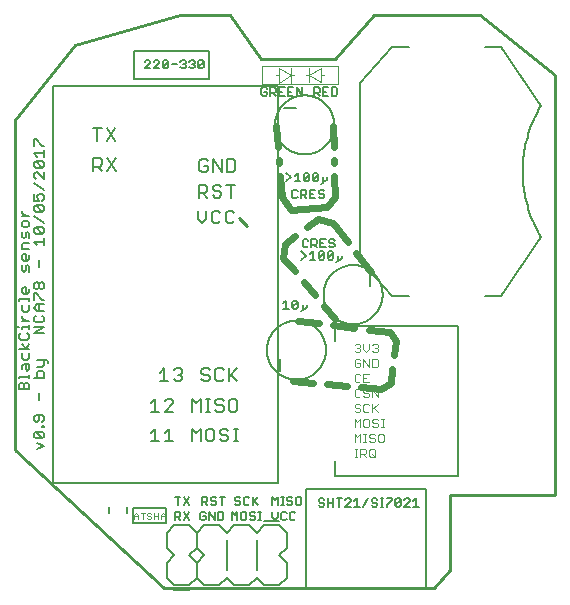
<source format=gto>
G75*
%MOIN*%
%OFA0B0*%
%FSLAX25Y25*%
%IPPOS*%
%LPD*%
%AMOC8*
5,1,8,0,0,1.08239X$1,22.5*
%
%ADD10C,0.00600*%
%ADD11C,0.00500*%
%ADD12C,0.01000*%
%ADD13C,0.02400*%
%ADD14C,0.00400*%
%ADD15C,0.00800*%
%ADD16C,0.00236*%
%ADD17C,0.00300*%
D10*
X0008931Y0051300D02*
X0011200Y0052434D01*
X0008931Y0053569D01*
X0008364Y0054983D02*
X0007797Y0055550D01*
X0007797Y0056685D01*
X0008364Y0057252D01*
X0010633Y0054983D01*
X0011200Y0055550D01*
X0011200Y0056685D01*
X0010633Y0057252D01*
X0008364Y0057252D01*
X0008364Y0054983D02*
X0010633Y0054983D01*
X0010633Y0058666D02*
X0010633Y0059233D01*
X0011200Y0059233D01*
X0011200Y0058666D01*
X0010633Y0058666D01*
X0010633Y0060508D02*
X0011200Y0061075D01*
X0011200Y0062209D01*
X0010633Y0062776D01*
X0008364Y0062776D01*
X0007797Y0062209D01*
X0007797Y0061075D01*
X0008364Y0060508D01*
X0008931Y0060508D01*
X0009499Y0061075D01*
X0009499Y0062776D01*
X0009499Y0067874D02*
X0009499Y0070143D01*
X0006200Y0071300D02*
X0006200Y0073001D01*
X0005633Y0073569D01*
X0005066Y0073569D01*
X0004499Y0073001D01*
X0004499Y0071300D01*
X0006200Y0071300D02*
X0002797Y0071300D01*
X0002797Y0073001D01*
X0003364Y0073569D01*
X0003931Y0073569D01*
X0004499Y0073001D01*
X0006200Y0074983D02*
X0006200Y0076117D01*
X0006200Y0075550D02*
X0002797Y0075550D01*
X0002797Y0074983D01*
X0003931Y0078006D02*
X0003931Y0079140D01*
X0004499Y0079707D01*
X0006200Y0079707D01*
X0006200Y0078006D01*
X0005633Y0077439D01*
X0005066Y0078006D01*
X0005066Y0079707D01*
X0004499Y0081122D02*
X0005633Y0081122D01*
X0006200Y0081689D01*
X0006200Y0083390D01*
X0006200Y0084805D02*
X0002797Y0084805D01*
X0003931Y0083390D02*
X0003931Y0081689D01*
X0004499Y0081122D01*
X0005066Y0084805D02*
X0003931Y0086506D01*
X0003364Y0087874D02*
X0005633Y0087874D01*
X0006200Y0088441D01*
X0006200Y0089576D01*
X0005633Y0090143D01*
X0006200Y0091557D02*
X0006200Y0092692D01*
X0006200Y0092124D02*
X0003931Y0092124D01*
X0003931Y0091557D01*
X0002797Y0092124D02*
X0002230Y0092124D01*
X0003364Y0090143D02*
X0002797Y0089576D01*
X0002797Y0088441D01*
X0003364Y0087874D01*
X0006200Y0086506D02*
X0005066Y0084805D01*
X0008931Y0081192D02*
X0011767Y0081192D01*
X0012334Y0080625D01*
X0012334Y0080058D01*
X0011200Y0079491D02*
X0011200Y0081192D01*
X0011200Y0079491D02*
X0010633Y0078924D01*
X0008931Y0078924D01*
X0009499Y0077509D02*
X0008931Y0076942D01*
X0008931Y0075240D01*
X0007797Y0075240D02*
X0011200Y0075240D01*
X0011200Y0076942D01*
X0010633Y0077509D01*
X0009499Y0077509D01*
X0011200Y0089973D02*
X0007797Y0089973D01*
X0011200Y0092242D01*
X0007797Y0092242D01*
X0008364Y0093656D02*
X0010633Y0093656D01*
X0011200Y0094223D01*
X0011200Y0095358D01*
X0010633Y0095925D01*
X0011200Y0097339D02*
X0008931Y0097339D01*
X0007797Y0098474D01*
X0008931Y0099608D01*
X0011200Y0099608D01*
X0011200Y0101022D02*
X0010633Y0101022D01*
X0008364Y0103291D01*
X0007797Y0103291D01*
X0007797Y0101022D01*
X0006200Y0100765D02*
X0006200Y0101899D01*
X0006200Y0101332D02*
X0002797Y0101332D01*
X0002797Y0100765D01*
X0003931Y0099351D02*
X0003931Y0097649D01*
X0004499Y0097082D01*
X0005633Y0097082D01*
X0006200Y0097649D01*
X0006200Y0099351D01*
X0009499Y0099608D02*
X0009499Y0097339D01*
X0008364Y0095925D02*
X0007797Y0095358D01*
X0007797Y0094223D01*
X0008364Y0093656D01*
X0006200Y0094013D02*
X0003931Y0094013D01*
X0003931Y0095147D02*
X0005066Y0094013D01*
X0003931Y0095147D02*
X0003931Y0095714D01*
X0004499Y0103221D02*
X0003931Y0103788D01*
X0003931Y0104922D01*
X0004499Y0105489D01*
X0005066Y0105489D01*
X0005066Y0103221D01*
X0005633Y0103221D02*
X0004499Y0103221D01*
X0005633Y0103221D02*
X0006200Y0103788D01*
X0006200Y0104922D01*
X0007797Y0105273D02*
X0007797Y0106407D01*
X0008364Y0106974D01*
X0008931Y0106974D01*
X0009499Y0106407D01*
X0009499Y0105273D01*
X0008931Y0104706D01*
X0008364Y0104706D01*
X0007797Y0105273D01*
X0009499Y0105273D02*
X0010066Y0104706D01*
X0010633Y0104706D01*
X0011200Y0105273D01*
X0011200Y0106407D01*
X0010633Y0106974D01*
X0010066Y0106974D01*
X0009499Y0106407D01*
X0006200Y0110587D02*
X0006200Y0112288D01*
X0005633Y0112855D01*
X0005066Y0112288D01*
X0005066Y0111154D01*
X0004499Y0110587D01*
X0003931Y0111154D01*
X0003931Y0112855D01*
X0004499Y0114270D02*
X0003931Y0114837D01*
X0003931Y0115971D01*
X0004499Y0116539D01*
X0005066Y0116539D01*
X0005066Y0114270D01*
X0005633Y0114270D02*
X0004499Y0114270D01*
X0005633Y0114270D02*
X0006200Y0114837D01*
X0006200Y0115971D01*
X0006200Y0117953D02*
X0003931Y0117953D01*
X0003931Y0119655D01*
X0004499Y0120222D01*
X0006200Y0120222D01*
X0006200Y0121636D02*
X0006200Y0123338D01*
X0005633Y0123905D01*
X0005066Y0123338D01*
X0005066Y0122203D01*
X0004499Y0121636D01*
X0003931Y0122203D01*
X0003931Y0123905D01*
X0004499Y0125319D02*
X0005633Y0125319D01*
X0006200Y0125887D01*
X0006200Y0127021D01*
X0005633Y0127588D01*
X0004499Y0127588D01*
X0003931Y0127021D01*
X0003931Y0125887D01*
X0004499Y0125319D01*
X0007797Y0124823D02*
X0007797Y0123688D01*
X0008364Y0123121D01*
X0010633Y0123121D01*
X0008364Y0125390D01*
X0010633Y0125390D01*
X0011200Y0124823D01*
X0011200Y0123688D01*
X0010633Y0123121D01*
X0011200Y0121707D02*
X0011200Y0119438D01*
X0011200Y0120572D02*
X0007797Y0120572D01*
X0008931Y0119438D01*
X0009499Y0114340D02*
X0009499Y0112072D01*
X0007797Y0124823D02*
X0008364Y0125390D01*
X0011200Y0126804D02*
X0007797Y0129073D01*
X0008364Y0130488D02*
X0007797Y0131055D01*
X0007797Y0132189D01*
X0008364Y0132756D01*
X0010633Y0130488D01*
X0011200Y0131055D01*
X0011200Y0132189D01*
X0010633Y0132756D01*
X0008364Y0132756D01*
X0007797Y0134171D02*
X0009499Y0134171D01*
X0008931Y0135305D01*
X0008931Y0135872D01*
X0009499Y0136439D01*
X0010633Y0136439D01*
X0011200Y0135872D01*
X0011200Y0134738D01*
X0010633Y0134171D01*
X0007797Y0134171D02*
X0007797Y0136439D01*
X0007797Y0140123D02*
X0011200Y0137854D01*
X0011200Y0141537D02*
X0008931Y0143806D01*
X0008364Y0143806D01*
X0007797Y0143238D01*
X0007797Y0142104D01*
X0008364Y0141537D01*
X0011200Y0141537D02*
X0011200Y0143806D01*
X0010633Y0145220D02*
X0008364Y0147489D01*
X0010633Y0147489D01*
X0011200Y0146922D01*
X0011200Y0145787D01*
X0010633Y0145220D01*
X0008364Y0145220D01*
X0007797Y0145787D01*
X0007797Y0146922D01*
X0008364Y0147489D01*
X0008931Y0148903D02*
X0007797Y0150038D01*
X0011200Y0150038D01*
X0011200Y0151172D02*
X0011200Y0148903D01*
X0011200Y0152586D02*
X0010633Y0152586D01*
X0008364Y0154855D01*
X0007797Y0154855D01*
X0007797Y0152586D01*
X0003931Y0130704D02*
X0003931Y0130137D01*
X0005066Y0129003D01*
X0006200Y0129003D02*
X0003931Y0129003D01*
X0008364Y0130488D02*
X0010633Y0130488D01*
D11*
X0032933Y0031984D02*
X0032933Y0029984D01*
X0038933Y0029984D02*
X0038933Y0031984D01*
X0052000Y0023500D02*
X0052000Y0018500D01*
X0054500Y0016000D01*
X0052000Y0013500D01*
X0052000Y0008500D01*
X0054500Y0006000D01*
X0059500Y0006000D01*
X0062000Y0008500D01*
X0062000Y0013500D01*
X0059500Y0016000D01*
X0062000Y0018500D01*
X0062000Y0023500D01*
X0059500Y0026000D01*
X0054500Y0026000D01*
X0052000Y0023500D01*
X0054750Y0027750D02*
X0054750Y0030452D01*
X0056101Y0030452D01*
X0056552Y0030002D01*
X0056552Y0029101D01*
X0056101Y0028651D01*
X0054750Y0028651D01*
X0055651Y0028651D02*
X0056552Y0027750D01*
X0057697Y0027750D02*
X0059498Y0030452D01*
X0057697Y0030452D02*
X0059498Y0027750D01*
X0063250Y0028200D02*
X0063700Y0027750D01*
X0064601Y0027750D01*
X0065052Y0028200D01*
X0065052Y0029101D01*
X0064151Y0029101D01*
X0065052Y0030002D02*
X0064601Y0030452D01*
X0063700Y0030452D01*
X0063250Y0030002D01*
X0063250Y0028200D01*
X0064500Y0026000D02*
X0069500Y0026000D01*
X0072000Y0023500D01*
X0074500Y0026000D01*
X0079500Y0026000D01*
X0082000Y0023500D01*
X0084500Y0026000D01*
X0089500Y0026000D01*
X0092000Y0023500D01*
X0092000Y0018500D01*
X0089500Y0016000D01*
X0092000Y0013500D01*
X0092000Y0008500D01*
X0089500Y0006000D01*
X0084500Y0006000D01*
X0082000Y0008500D01*
X0079500Y0006000D01*
X0074500Y0006000D01*
X0072000Y0008500D01*
X0069500Y0006000D01*
X0064500Y0006000D01*
X0062000Y0008500D01*
X0062000Y0013500D01*
X0064500Y0016000D01*
X0062000Y0018500D01*
X0062000Y0023500D01*
X0064500Y0026000D01*
X0066197Y0027750D02*
X0066197Y0030452D01*
X0067998Y0027750D01*
X0067998Y0030452D01*
X0069143Y0030452D02*
X0069143Y0027750D01*
X0070494Y0027750D01*
X0070945Y0028200D01*
X0070945Y0030002D01*
X0070494Y0030452D01*
X0069143Y0030452D01*
X0068048Y0032750D02*
X0067147Y0032750D01*
X0066697Y0033200D01*
X0067147Y0034101D02*
X0066697Y0034552D01*
X0066697Y0035002D01*
X0067147Y0035452D01*
X0068048Y0035452D01*
X0068498Y0035002D01*
X0068048Y0034101D02*
X0068498Y0033651D01*
X0068498Y0033200D01*
X0068048Y0032750D01*
X0068048Y0034101D02*
X0067147Y0034101D01*
X0065552Y0034101D02*
X0065101Y0033651D01*
X0063750Y0033651D01*
X0064651Y0033651D02*
X0065552Y0032750D01*
X0065552Y0034101D02*
X0065552Y0035002D01*
X0065101Y0035452D01*
X0063750Y0035452D01*
X0063750Y0032750D01*
X0059498Y0032750D02*
X0057697Y0035452D01*
X0056552Y0035452D02*
X0054750Y0035452D01*
X0055651Y0035452D02*
X0055651Y0032750D01*
X0057697Y0032750D02*
X0059498Y0035452D01*
X0069643Y0035452D02*
X0071445Y0035452D01*
X0070544Y0035452D02*
X0070544Y0032750D01*
X0073750Y0030452D02*
X0073750Y0027750D01*
X0075552Y0027750D02*
X0075552Y0030452D01*
X0074651Y0029552D01*
X0073750Y0030452D01*
X0075200Y0032750D02*
X0074750Y0033200D01*
X0075200Y0032750D02*
X0076101Y0032750D01*
X0076552Y0033200D01*
X0076552Y0033651D01*
X0076101Y0034101D01*
X0075200Y0034101D01*
X0074750Y0034552D01*
X0074750Y0035002D01*
X0075200Y0035452D01*
X0076101Y0035452D01*
X0076552Y0035002D01*
X0077697Y0035002D02*
X0077697Y0033200D01*
X0078147Y0032750D01*
X0079048Y0032750D01*
X0079498Y0033200D01*
X0080643Y0032750D02*
X0080643Y0035452D01*
X0079498Y0035002D02*
X0079048Y0035452D01*
X0078147Y0035452D01*
X0077697Y0035002D01*
X0080643Y0033651D02*
X0082445Y0035452D01*
X0081093Y0034101D02*
X0082445Y0032750D01*
X0082590Y0030452D02*
X0083490Y0030452D01*
X0083040Y0030452D02*
X0083040Y0027750D01*
X0082590Y0027750D02*
X0083490Y0027750D01*
X0084500Y0027500D02*
X0089500Y0027500D01*
X0090197Y0028200D02*
X0090647Y0027750D01*
X0091548Y0027750D01*
X0091998Y0028200D01*
X0093143Y0028200D02*
X0093143Y0030002D01*
X0093593Y0030452D01*
X0094494Y0030452D01*
X0094945Y0030002D01*
X0094945Y0028200D02*
X0094494Y0027750D01*
X0093593Y0027750D01*
X0093143Y0028200D01*
X0091998Y0030002D02*
X0091548Y0030452D01*
X0090647Y0030452D01*
X0090197Y0030002D01*
X0090197Y0028200D01*
X0089052Y0028651D02*
X0089052Y0030452D01*
X0089052Y0028651D02*
X0088151Y0027750D01*
X0087250Y0028651D01*
X0087250Y0030452D01*
X0087250Y0032750D02*
X0087250Y0035452D01*
X0088151Y0034552D01*
X0089052Y0035452D01*
X0089052Y0032750D01*
X0090197Y0032750D02*
X0091097Y0032750D01*
X0090647Y0032750D02*
X0090647Y0035452D01*
X0090197Y0035452D02*
X0091097Y0035452D01*
X0092161Y0035002D02*
X0092161Y0034552D01*
X0092611Y0034101D01*
X0093512Y0034101D01*
X0093962Y0033651D01*
X0093962Y0033200D01*
X0093512Y0032750D01*
X0092611Y0032750D01*
X0092161Y0033200D01*
X0092161Y0035002D02*
X0092611Y0035452D01*
X0093512Y0035452D01*
X0093962Y0035002D01*
X0095107Y0035002D02*
X0095107Y0033200D01*
X0095558Y0032750D01*
X0096459Y0032750D01*
X0096909Y0033200D01*
X0096909Y0035002D01*
X0096459Y0035452D01*
X0095558Y0035452D01*
X0095107Y0035002D01*
X0098500Y0038000D02*
X0098500Y0005000D01*
X0138500Y0005000D01*
X0138500Y0038000D01*
X0098500Y0038000D01*
X0102750Y0034502D02*
X0102750Y0034052D01*
X0103200Y0033601D01*
X0104101Y0033601D01*
X0104552Y0033151D01*
X0104552Y0032700D01*
X0104101Y0032250D01*
X0103200Y0032250D01*
X0102750Y0032700D01*
X0102750Y0034502D02*
X0103200Y0034952D01*
X0104101Y0034952D01*
X0104552Y0034502D01*
X0105697Y0034952D02*
X0105697Y0032250D01*
X0105697Y0033601D02*
X0107498Y0033601D01*
X0107498Y0034952D02*
X0107498Y0032250D01*
X0109544Y0032250D02*
X0109544Y0034952D01*
X0108643Y0034952D02*
X0110445Y0034952D01*
X0111590Y0034502D02*
X0112040Y0034952D01*
X0112941Y0034952D01*
X0113391Y0034502D01*
X0113391Y0034052D01*
X0111590Y0032250D01*
X0113391Y0032250D01*
X0114536Y0032250D02*
X0116338Y0032250D01*
X0115437Y0032250D02*
X0115437Y0034952D01*
X0114536Y0034052D01*
X0117483Y0032250D02*
X0119284Y0034952D01*
X0120429Y0034502D02*
X0120429Y0034052D01*
X0120879Y0033601D01*
X0121780Y0033601D01*
X0122231Y0033151D01*
X0122231Y0032700D01*
X0121780Y0032250D01*
X0120879Y0032250D01*
X0120429Y0032700D01*
X0120429Y0034502D02*
X0120879Y0034952D01*
X0121780Y0034952D01*
X0122231Y0034502D01*
X0123376Y0034952D02*
X0124276Y0034952D01*
X0123826Y0034952D02*
X0123826Y0032250D01*
X0123376Y0032250D02*
X0124276Y0032250D01*
X0125340Y0032250D02*
X0125340Y0032700D01*
X0127142Y0034502D01*
X0127142Y0034952D01*
X0125340Y0034952D01*
X0128286Y0034502D02*
X0128286Y0032700D01*
X0130088Y0034502D01*
X0130088Y0032700D01*
X0129638Y0032250D01*
X0128737Y0032250D01*
X0128286Y0032700D01*
X0128286Y0034502D02*
X0128737Y0034952D01*
X0129638Y0034952D01*
X0130088Y0034502D01*
X0131233Y0034502D02*
X0131683Y0034952D01*
X0132584Y0034952D01*
X0133035Y0034502D01*
X0133035Y0034052D01*
X0131233Y0032250D01*
X0133035Y0032250D01*
X0134180Y0032250D02*
X0135981Y0032250D01*
X0135080Y0032250D02*
X0135080Y0034952D01*
X0134180Y0034052D01*
X0149250Y0042500D02*
X0149250Y0092500D01*
X0108000Y0092500D01*
X0108000Y0087500D01*
X0098207Y0098203D02*
X0098657Y0098653D01*
X0098657Y0099554D01*
X0097306Y0099554D02*
X0097306Y0098653D01*
X0097306Y0097752D01*
X0096856Y0097302D01*
X0097756Y0098203D02*
X0098207Y0098203D01*
X0097756Y0098203D02*
X0097306Y0098653D01*
X0095711Y0098653D02*
X0095711Y0100455D01*
X0093909Y0098653D01*
X0094359Y0098203D01*
X0095260Y0098203D01*
X0095711Y0098653D01*
X0095711Y0100455D02*
X0095260Y0100905D01*
X0094359Y0100905D01*
X0093909Y0100455D01*
X0093909Y0098653D01*
X0092764Y0098203D02*
X0090963Y0098203D01*
X0091863Y0098203D02*
X0091863Y0100905D01*
X0090963Y0100004D01*
X0096801Y0114589D02*
X0098603Y0115940D01*
X0096801Y0117291D01*
X0097796Y0118637D02*
X0097346Y0119087D01*
X0097346Y0120889D01*
X0097796Y0121339D01*
X0098697Y0121339D01*
X0099147Y0120889D01*
X0100292Y0121339D02*
X0101643Y0121339D01*
X0102094Y0120889D01*
X0102094Y0119988D01*
X0101643Y0119537D01*
X0100292Y0119537D01*
X0100292Y0118637D02*
X0100292Y0121339D01*
X0101193Y0119537D02*
X0102094Y0118637D01*
X0103239Y0118637D02*
X0105040Y0118637D01*
X0106185Y0119087D02*
X0106636Y0118637D01*
X0107537Y0118637D01*
X0107987Y0119087D01*
X0107987Y0119537D01*
X0107537Y0119988D01*
X0106636Y0119988D01*
X0106185Y0120438D01*
X0106185Y0120889D01*
X0106636Y0121339D01*
X0107537Y0121339D01*
X0107987Y0120889D01*
X0105040Y0121339D02*
X0103239Y0121339D01*
X0103239Y0118637D01*
X0103145Y0117291D02*
X0104045Y0117291D01*
X0104496Y0116841D01*
X0102694Y0115039D01*
X0103145Y0114589D01*
X0104045Y0114589D01*
X0104496Y0115039D01*
X0104496Y0116841D01*
X0105641Y0116841D02*
X0106091Y0117291D01*
X0106992Y0117291D01*
X0107442Y0116841D01*
X0105641Y0115039D01*
X0106091Y0114589D01*
X0106992Y0114589D01*
X0107442Y0115039D01*
X0107442Y0116841D01*
X0105641Y0116841D02*
X0105641Y0115039D01*
X0102694Y0115039D02*
X0102694Y0116841D01*
X0103145Y0117291D01*
X0100648Y0117291D02*
X0100648Y0114589D01*
X0099748Y0114589D02*
X0101549Y0114589D01*
X0099748Y0116390D02*
X0100648Y0117291D01*
X0099147Y0119087D02*
X0098697Y0118637D01*
X0097796Y0118637D01*
X0103239Y0119988D02*
X0104140Y0119988D01*
X0109038Y0115940D02*
X0109038Y0115039D01*
X0109038Y0114138D01*
X0108587Y0113688D01*
X0109488Y0114589D02*
X0109938Y0114589D01*
X0110389Y0115039D01*
X0110389Y0115940D01*
X0109038Y0115039D02*
X0109488Y0114589D01*
X0104037Y0135137D02*
X0103136Y0135137D01*
X0102685Y0135587D01*
X0103136Y0136488D02*
X0104037Y0136488D01*
X0104487Y0136037D01*
X0104487Y0135587D01*
X0104037Y0135137D01*
X0103136Y0136488D02*
X0102685Y0136938D01*
X0102685Y0137389D01*
X0103136Y0137839D01*
X0104037Y0137839D01*
X0104487Y0137389D01*
X0103607Y0139720D02*
X0104057Y0140170D01*
X0104057Y0141071D01*
X0104507Y0140621D01*
X0104958Y0140621D01*
X0105408Y0141071D01*
X0105408Y0141972D01*
X0104057Y0141972D02*
X0104057Y0141071D01*
X0102462Y0141071D02*
X0102011Y0140621D01*
X0101110Y0140621D01*
X0100660Y0141071D01*
X0102462Y0142873D01*
X0102462Y0141071D01*
X0102462Y0142873D02*
X0102011Y0143323D01*
X0101110Y0143323D01*
X0100660Y0142873D01*
X0100660Y0141071D01*
X0099515Y0141071D02*
X0099515Y0142873D01*
X0097714Y0141071D01*
X0098164Y0140621D01*
X0099065Y0140621D01*
X0099515Y0141071D01*
X0097714Y0141071D02*
X0097714Y0142873D01*
X0098164Y0143323D01*
X0099065Y0143323D01*
X0099515Y0142873D01*
X0096569Y0140621D02*
X0094767Y0140621D01*
X0095668Y0140621D02*
X0095668Y0143323D01*
X0094767Y0142422D01*
X0093622Y0141972D02*
X0091821Y0140621D01*
X0093622Y0141972D02*
X0091821Y0143323D01*
X0094296Y0137839D02*
X0093846Y0137389D01*
X0093846Y0135587D01*
X0094296Y0135137D01*
X0095197Y0135137D01*
X0095647Y0135587D01*
X0096792Y0136037D02*
X0098143Y0136037D01*
X0098594Y0136488D01*
X0098594Y0137389D01*
X0098143Y0137839D01*
X0096792Y0137839D01*
X0096792Y0135137D01*
X0097693Y0136037D02*
X0098594Y0135137D01*
X0099739Y0135137D02*
X0099739Y0137839D01*
X0101540Y0137839D01*
X0100640Y0136488D02*
X0099739Y0136488D01*
X0099739Y0135137D02*
X0101540Y0135137D01*
X0095647Y0137389D02*
X0095197Y0137839D01*
X0094296Y0137839D01*
X0094265Y0169250D02*
X0092464Y0169250D01*
X0092464Y0171952D01*
X0094265Y0171952D01*
X0095410Y0171952D02*
X0095410Y0169250D01*
X0097212Y0169250D02*
X0095410Y0171952D01*
X0097212Y0171952D02*
X0097212Y0169250D01*
X0101207Y0169250D02*
X0101207Y0171952D01*
X0102558Y0171952D01*
X0103008Y0171502D01*
X0103008Y0170601D01*
X0102558Y0170151D01*
X0101207Y0170151D01*
X0102107Y0170151D02*
X0103008Y0169250D01*
X0104153Y0169250D02*
X0105955Y0169250D01*
X0107100Y0169250D02*
X0107100Y0171952D01*
X0108451Y0171952D01*
X0108901Y0171502D01*
X0108901Y0169700D01*
X0108451Y0169250D01*
X0107100Y0169250D01*
X0105054Y0170601D02*
X0104153Y0170601D01*
X0104153Y0171952D02*
X0104153Y0169250D01*
X0104153Y0171952D02*
X0105955Y0171952D01*
X0093364Y0170601D02*
X0092464Y0170601D01*
X0091319Y0169250D02*
X0089517Y0169250D01*
X0089517Y0171952D01*
X0091319Y0171952D01*
X0090418Y0170601D02*
X0089517Y0170601D01*
X0088372Y0170601D02*
X0087922Y0170151D01*
X0086571Y0170151D01*
X0087471Y0170151D02*
X0088372Y0169250D01*
X0088372Y0170601D02*
X0088372Y0171502D01*
X0087922Y0171952D01*
X0086571Y0171952D01*
X0086571Y0169250D01*
X0085426Y0169700D02*
X0085426Y0170601D01*
X0084525Y0170601D01*
X0085426Y0169700D02*
X0084975Y0169250D01*
X0084074Y0169250D01*
X0083624Y0169700D01*
X0083624Y0171502D01*
X0084074Y0171952D01*
X0084975Y0171952D01*
X0085426Y0171502D01*
X0089000Y0172500D02*
X0014000Y0172500D01*
X0014000Y0040000D01*
X0089000Y0040000D01*
X0089000Y0172500D01*
X0064317Y0178748D02*
X0063867Y0178297D01*
X0062966Y0178297D01*
X0062516Y0178748D01*
X0064317Y0180549D01*
X0064317Y0178748D01*
X0064317Y0180549D02*
X0063867Y0181000D01*
X0062966Y0181000D01*
X0062516Y0180549D01*
X0062516Y0178748D01*
X0061371Y0178748D02*
X0060920Y0178297D01*
X0060020Y0178297D01*
X0059569Y0178748D01*
X0058424Y0178748D02*
X0057974Y0178297D01*
X0057073Y0178297D01*
X0056623Y0178748D01*
X0057523Y0179648D02*
X0057974Y0179648D01*
X0058424Y0179198D01*
X0058424Y0178748D01*
X0057974Y0179648D02*
X0058424Y0180099D01*
X0058424Y0180549D01*
X0057974Y0181000D01*
X0057073Y0181000D01*
X0056623Y0180549D01*
X0055478Y0179648D02*
X0053676Y0179648D01*
X0052531Y0178748D02*
X0052081Y0178297D01*
X0051180Y0178297D01*
X0050730Y0178748D01*
X0052531Y0180549D01*
X0052531Y0178748D01*
X0052531Y0180549D02*
X0052081Y0181000D01*
X0051180Y0181000D01*
X0050730Y0180549D01*
X0050730Y0178748D01*
X0049585Y0178297D02*
X0047783Y0178297D01*
X0049585Y0180099D01*
X0049585Y0180549D01*
X0049134Y0181000D01*
X0048234Y0181000D01*
X0047783Y0180549D01*
X0046638Y0180549D02*
X0046188Y0181000D01*
X0045287Y0181000D01*
X0044837Y0180549D01*
X0046638Y0180549D02*
X0046638Y0180099D01*
X0044837Y0178297D01*
X0046638Y0178297D01*
X0059569Y0180549D02*
X0060020Y0181000D01*
X0060920Y0181000D01*
X0061371Y0180549D01*
X0061371Y0180099D01*
X0060920Y0179648D01*
X0061371Y0179198D01*
X0061371Y0178748D01*
X0060920Y0179648D02*
X0060470Y0179648D01*
X0108000Y0047500D02*
X0108000Y0042500D01*
X0149250Y0042500D01*
X0082000Y0021000D02*
X0082000Y0011000D01*
X0072000Y0011000D02*
X0072000Y0021000D01*
X0077147Y0027750D02*
X0078048Y0027750D01*
X0078498Y0028200D01*
X0078498Y0030002D01*
X0078048Y0030452D01*
X0077147Y0030452D01*
X0076697Y0030002D01*
X0076697Y0028200D01*
X0077147Y0027750D01*
X0079643Y0028200D02*
X0080093Y0027750D01*
X0080994Y0027750D01*
X0081445Y0028200D01*
X0081445Y0028651D01*
X0080994Y0029101D01*
X0080093Y0029101D01*
X0079643Y0029552D01*
X0079643Y0030002D01*
X0080093Y0030452D01*
X0080994Y0030452D01*
X0081445Y0030002D01*
X0059500Y0004500D02*
X0054500Y0004500D01*
D12*
X0051000Y0005000D02*
X0001500Y0051000D01*
X0001500Y0161000D01*
X0021500Y0186000D01*
X0056500Y0196000D01*
X0073000Y0196000D01*
X0083606Y0181425D01*
X0108106Y0181425D01*
X0121000Y0196000D01*
X0156500Y0196000D01*
X0181500Y0176000D01*
X0181500Y0036000D01*
X0146500Y0036000D01*
X0146500Y0011000D01*
X0141000Y0005000D01*
X0051000Y0005000D01*
X0078740Y0125760D02*
X0075984Y0128516D01*
D13*
X0090500Y0135500D02*
X0093500Y0131000D01*
X0105500Y0132000D01*
X0108000Y0135500D01*
X0107852Y0142451D01*
X0107758Y0146890D02*
X0107742Y0147610D01*
X0107648Y0152049D02*
X0107500Y0159000D01*
X0089469Y0147609D02*
X0089531Y0146891D01*
X0089093Y0152033D02*
X0088500Y0159000D01*
X0089907Y0142467D02*
X0090500Y0135500D01*
X0098770Y0125428D02*
X0102362Y0128122D01*
X0107480Y0126941D01*
X0112325Y0120582D01*
X0115234Y0116764D02*
X0120079Y0110406D01*
X0104560Y0099039D02*
X0108268Y0094657D01*
X0107493Y0092748D02*
X0114555Y0091843D01*
X0119316Y0091232D02*
X0126378Y0090327D01*
X0128346Y0087571D01*
X0127824Y0082870D01*
X0127294Y0078099D02*
X0126772Y0073398D01*
X0123622Y0071429D01*
X0116966Y0072050D01*
X0112186Y0072496D02*
X0105530Y0073118D01*
X0100751Y0073564D02*
X0094094Y0074185D01*
X0095669Y0094264D02*
X0102731Y0093358D01*
X0101460Y0102703D02*
X0097753Y0107084D01*
X0094652Y0110749D02*
X0090945Y0115130D01*
X0091339Y0119854D01*
X0094930Y0122548D01*
D14*
X0050707Y0030202D02*
X0051374Y0029534D01*
X0051374Y0028200D01*
X0051374Y0029201D02*
X0050040Y0029201D01*
X0050040Y0029534D02*
X0050707Y0030202D01*
X0050040Y0029534D02*
X0050040Y0028200D01*
X0049164Y0028200D02*
X0049164Y0030202D01*
X0049164Y0029201D02*
X0047830Y0029201D01*
X0046954Y0028867D02*
X0046954Y0028534D01*
X0046621Y0028200D01*
X0045953Y0028200D01*
X0045620Y0028534D01*
X0045953Y0029201D02*
X0046621Y0029201D01*
X0046954Y0028867D01*
X0046954Y0029868D02*
X0046621Y0030202D01*
X0045953Y0030202D01*
X0045620Y0029868D01*
X0045620Y0029534D01*
X0045953Y0029201D01*
X0044744Y0030202D02*
X0043410Y0030202D01*
X0044077Y0030202D02*
X0044077Y0028200D01*
X0042534Y0028200D02*
X0042534Y0029534D01*
X0041867Y0030202D01*
X0041200Y0029534D01*
X0041200Y0028200D01*
X0041200Y0029201D02*
X0042534Y0029201D01*
X0047830Y0028200D02*
X0047830Y0030202D01*
D15*
X0051726Y0031620D02*
X0051726Y0026797D01*
X0040752Y0026797D01*
X0040752Y0031620D01*
X0051726Y0031620D01*
X0051346Y0054046D02*
X0054149Y0054046D01*
X0052748Y0054046D02*
X0052748Y0058249D01*
X0051346Y0056848D01*
X0049545Y0054046D02*
X0046743Y0054046D01*
X0048144Y0054046D02*
X0048144Y0058249D01*
X0046743Y0056848D01*
X0046743Y0063888D02*
X0049545Y0063888D01*
X0048144Y0063888D02*
X0048144Y0068092D01*
X0046743Y0066691D01*
X0051346Y0067391D02*
X0052047Y0068092D01*
X0053448Y0068092D01*
X0054149Y0067391D01*
X0054149Y0066691D01*
X0051346Y0063888D01*
X0054149Y0063888D01*
X0060554Y0063888D02*
X0060554Y0068092D01*
X0061956Y0066691D01*
X0063357Y0068092D01*
X0063357Y0063888D01*
X0065158Y0063888D02*
X0066559Y0063888D01*
X0065859Y0063888D02*
X0065859Y0068092D01*
X0066559Y0068092D02*
X0065158Y0068092D01*
X0068228Y0067391D02*
X0068228Y0066691D01*
X0068928Y0065990D01*
X0070329Y0065990D01*
X0071030Y0065289D01*
X0071030Y0064589D01*
X0070329Y0063888D01*
X0068928Y0063888D01*
X0068228Y0064589D01*
X0068228Y0067391D02*
X0068928Y0068092D01*
X0070329Y0068092D01*
X0071030Y0067391D01*
X0072831Y0067391D02*
X0072831Y0064589D01*
X0073532Y0063888D01*
X0074933Y0063888D01*
X0075634Y0064589D01*
X0075634Y0067391D01*
X0074933Y0068092D01*
X0073532Y0068092D01*
X0072831Y0067391D01*
X0072831Y0074124D02*
X0072831Y0078328D01*
X0071030Y0077627D02*
X0070329Y0078328D01*
X0068928Y0078328D01*
X0068228Y0077627D01*
X0068228Y0074825D01*
X0068928Y0074124D01*
X0070329Y0074124D01*
X0071030Y0074825D01*
X0072831Y0075526D02*
X0075634Y0078328D01*
X0073532Y0076226D02*
X0075634Y0074124D01*
X0066426Y0074825D02*
X0065725Y0074124D01*
X0064324Y0074124D01*
X0063624Y0074825D01*
X0064324Y0076226D02*
X0065725Y0076226D01*
X0066426Y0075526D01*
X0066426Y0074825D01*
X0064324Y0076226D02*
X0063624Y0076927D01*
X0063624Y0077627D01*
X0064324Y0078328D01*
X0065725Y0078328D01*
X0066426Y0077627D01*
X0057218Y0077627D02*
X0057218Y0076927D01*
X0056518Y0076226D01*
X0057218Y0075526D01*
X0057218Y0074825D01*
X0056518Y0074124D01*
X0055116Y0074124D01*
X0054416Y0074825D01*
X0052614Y0074124D02*
X0049812Y0074124D01*
X0051213Y0074124D02*
X0051213Y0078328D01*
X0049812Y0076927D01*
X0054416Y0077627D02*
X0055116Y0078328D01*
X0056518Y0078328D01*
X0057218Y0077627D01*
X0056518Y0076226D02*
X0055817Y0076226D01*
X0060554Y0058249D02*
X0061956Y0056848D01*
X0063357Y0058249D01*
X0063357Y0054046D01*
X0065158Y0054746D02*
X0065859Y0054046D01*
X0067260Y0054046D01*
X0067961Y0054746D01*
X0067961Y0057549D01*
X0067260Y0058249D01*
X0065859Y0058249D01*
X0065158Y0057549D01*
X0065158Y0054746D01*
X0060554Y0054046D02*
X0060554Y0058249D01*
X0069762Y0057549D02*
X0069762Y0056848D01*
X0070463Y0056147D01*
X0071864Y0056147D01*
X0072565Y0055447D01*
X0072565Y0054746D01*
X0071864Y0054046D01*
X0070463Y0054046D01*
X0069762Y0054746D01*
X0069762Y0057549D02*
X0070463Y0058249D01*
X0071864Y0058249D01*
X0072565Y0057549D01*
X0074366Y0058249D02*
X0075767Y0058249D01*
X0075067Y0058249D02*
X0075067Y0054046D01*
X0075767Y0054046D02*
X0074366Y0054046D01*
X0089776Y0077421D02*
X0089776Y0081421D01*
X0085433Y0084421D02*
X0085436Y0084663D01*
X0085445Y0084904D01*
X0085460Y0085145D01*
X0085480Y0085386D01*
X0085507Y0085626D01*
X0085540Y0085865D01*
X0085578Y0086104D01*
X0085622Y0086341D01*
X0085672Y0086578D01*
X0085728Y0086813D01*
X0085790Y0087046D01*
X0085857Y0087278D01*
X0085930Y0087509D01*
X0086008Y0087737D01*
X0086093Y0087963D01*
X0086182Y0088188D01*
X0086277Y0088410D01*
X0086378Y0088629D01*
X0086484Y0088847D01*
X0086595Y0089061D01*
X0086712Y0089273D01*
X0086833Y0089481D01*
X0086960Y0089687D01*
X0087092Y0089889D01*
X0087229Y0090089D01*
X0087370Y0090284D01*
X0087516Y0090477D01*
X0087667Y0090665D01*
X0087823Y0090850D01*
X0087983Y0091031D01*
X0088147Y0091208D01*
X0088316Y0091381D01*
X0088489Y0091550D01*
X0088666Y0091714D01*
X0088847Y0091874D01*
X0089032Y0092030D01*
X0089220Y0092181D01*
X0089413Y0092327D01*
X0089608Y0092468D01*
X0089808Y0092605D01*
X0090010Y0092737D01*
X0090216Y0092864D01*
X0090424Y0092985D01*
X0090636Y0093102D01*
X0090850Y0093213D01*
X0091068Y0093319D01*
X0091287Y0093420D01*
X0091509Y0093515D01*
X0091734Y0093604D01*
X0091960Y0093689D01*
X0092188Y0093767D01*
X0092419Y0093840D01*
X0092651Y0093907D01*
X0092884Y0093969D01*
X0093119Y0094025D01*
X0093356Y0094075D01*
X0093593Y0094119D01*
X0093832Y0094157D01*
X0094071Y0094190D01*
X0094311Y0094217D01*
X0094552Y0094237D01*
X0094793Y0094252D01*
X0095034Y0094261D01*
X0095276Y0094264D01*
X0095518Y0094261D01*
X0095759Y0094252D01*
X0096000Y0094237D01*
X0096241Y0094217D01*
X0096481Y0094190D01*
X0096720Y0094157D01*
X0096959Y0094119D01*
X0097196Y0094075D01*
X0097433Y0094025D01*
X0097668Y0093969D01*
X0097901Y0093907D01*
X0098133Y0093840D01*
X0098364Y0093767D01*
X0098592Y0093689D01*
X0098818Y0093604D01*
X0099043Y0093515D01*
X0099265Y0093420D01*
X0099484Y0093319D01*
X0099702Y0093213D01*
X0099916Y0093102D01*
X0100128Y0092985D01*
X0100336Y0092864D01*
X0100542Y0092737D01*
X0100744Y0092605D01*
X0100944Y0092468D01*
X0101139Y0092327D01*
X0101332Y0092181D01*
X0101520Y0092030D01*
X0101705Y0091874D01*
X0101886Y0091714D01*
X0102063Y0091550D01*
X0102236Y0091381D01*
X0102405Y0091208D01*
X0102569Y0091031D01*
X0102729Y0090850D01*
X0102885Y0090665D01*
X0103036Y0090477D01*
X0103182Y0090284D01*
X0103323Y0090089D01*
X0103460Y0089889D01*
X0103592Y0089687D01*
X0103719Y0089481D01*
X0103840Y0089273D01*
X0103957Y0089061D01*
X0104068Y0088847D01*
X0104174Y0088629D01*
X0104275Y0088410D01*
X0104370Y0088188D01*
X0104459Y0087963D01*
X0104544Y0087737D01*
X0104622Y0087509D01*
X0104695Y0087278D01*
X0104762Y0087046D01*
X0104824Y0086813D01*
X0104880Y0086578D01*
X0104930Y0086341D01*
X0104974Y0086104D01*
X0105012Y0085865D01*
X0105045Y0085626D01*
X0105072Y0085386D01*
X0105092Y0085145D01*
X0105107Y0084904D01*
X0105116Y0084663D01*
X0105119Y0084421D01*
X0105116Y0084179D01*
X0105107Y0083938D01*
X0105092Y0083697D01*
X0105072Y0083456D01*
X0105045Y0083216D01*
X0105012Y0082977D01*
X0104974Y0082738D01*
X0104930Y0082501D01*
X0104880Y0082264D01*
X0104824Y0082029D01*
X0104762Y0081796D01*
X0104695Y0081564D01*
X0104622Y0081333D01*
X0104544Y0081105D01*
X0104459Y0080879D01*
X0104370Y0080654D01*
X0104275Y0080432D01*
X0104174Y0080213D01*
X0104068Y0079995D01*
X0103957Y0079781D01*
X0103840Y0079569D01*
X0103719Y0079361D01*
X0103592Y0079155D01*
X0103460Y0078953D01*
X0103323Y0078753D01*
X0103182Y0078558D01*
X0103036Y0078365D01*
X0102885Y0078177D01*
X0102729Y0077992D01*
X0102569Y0077811D01*
X0102405Y0077634D01*
X0102236Y0077461D01*
X0102063Y0077292D01*
X0101886Y0077128D01*
X0101705Y0076968D01*
X0101520Y0076812D01*
X0101332Y0076661D01*
X0101139Y0076515D01*
X0100944Y0076374D01*
X0100744Y0076237D01*
X0100542Y0076105D01*
X0100336Y0075978D01*
X0100128Y0075857D01*
X0099916Y0075740D01*
X0099702Y0075629D01*
X0099484Y0075523D01*
X0099265Y0075422D01*
X0099043Y0075327D01*
X0098818Y0075238D01*
X0098592Y0075153D01*
X0098364Y0075075D01*
X0098133Y0075002D01*
X0097901Y0074935D01*
X0097668Y0074873D01*
X0097433Y0074817D01*
X0097196Y0074767D01*
X0096959Y0074723D01*
X0096720Y0074685D01*
X0096481Y0074652D01*
X0096241Y0074625D01*
X0096000Y0074605D01*
X0095759Y0074590D01*
X0095518Y0074581D01*
X0095276Y0074578D01*
X0095034Y0074581D01*
X0094793Y0074590D01*
X0094552Y0074605D01*
X0094311Y0074625D01*
X0094071Y0074652D01*
X0093832Y0074685D01*
X0093593Y0074723D01*
X0093356Y0074767D01*
X0093119Y0074817D01*
X0092884Y0074873D01*
X0092651Y0074935D01*
X0092419Y0075002D01*
X0092188Y0075075D01*
X0091960Y0075153D01*
X0091734Y0075238D01*
X0091509Y0075327D01*
X0091287Y0075422D01*
X0091068Y0075523D01*
X0090850Y0075629D01*
X0090636Y0075740D01*
X0090424Y0075857D01*
X0090216Y0075978D01*
X0090010Y0076105D01*
X0089808Y0076237D01*
X0089608Y0076374D01*
X0089413Y0076515D01*
X0089220Y0076661D01*
X0089032Y0076812D01*
X0088847Y0076968D01*
X0088666Y0077128D01*
X0088489Y0077292D01*
X0088316Y0077461D01*
X0088147Y0077634D01*
X0087983Y0077811D01*
X0087823Y0077992D01*
X0087667Y0078177D01*
X0087516Y0078365D01*
X0087370Y0078558D01*
X0087229Y0078753D01*
X0087092Y0078953D01*
X0086960Y0079155D01*
X0086833Y0079361D01*
X0086712Y0079569D01*
X0086595Y0079781D01*
X0086484Y0079995D01*
X0086378Y0080213D01*
X0086277Y0080432D01*
X0086182Y0080654D01*
X0086093Y0080879D01*
X0086008Y0081105D01*
X0085930Y0081333D01*
X0085857Y0081564D01*
X0085790Y0081796D01*
X0085728Y0082029D01*
X0085672Y0082264D01*
X0085622Y0082501D01*
X0085578Y0082738D01*
X0085540Y0082977D01*
X0085507Y0083216D01*
X0085480Y0083456D01*
X0085460Y0083697D01*
X0085445Y0083938D01*
X0085436Y0084179D01*
X0085433Y0084421D01*
X0104330Y0102925D02*
X0104333Y0103167D01*
X0104342Y0103408D01*
X0104357Y0103649D01*
X0104377Y0103890D01*
X0104404Y0104130D01*
X0104437Y0104369D01*
X0104475Y0104608D01*
X0104519Y0104845D01*
X0104569Y0105082D01*
X0104625Y0105317D01*
X0104687Y0105550D01*
X0104754Y0105782D01*
X0104827Y0106013D01*
X0104905Y0106241D01*
X0104990Y0106467D01*
X0105079Y0106692D01*
X0105174Y0106914D01*
X0105275Y0107133D01*
X0105381Y0107351D01*
X0105492Y0107565D01*
X0105609Y0107777D01*
X0105730Y0107985D01*
X0105857Y0108191D01*
X0105989Y0108393D01*
X0106126Y0108593D01*
X0106267Y0108788D01*
X0106413Y0108981D01*
X0106564Y0109169D01*
X0106720Y0109354D01*
X0106880Y0109535D01*
X0107044Y0109712D01*
X0107213Y0109885D01*
X0107386Y0110054D01*
X0107563Y0110218D01*
X0107744Y0110378D01*
X0107929Y0110534D01*
X0108117Y0110685D01*
X0108310Y0110831D01*
X0108505Y0110972D01*
X0108705Y0111109D01*
X0108907Y0111241D01*
X0109113Y0111368D01*
X0109321Y0111489D01*
X0109533Y0111606D01*
X0109747Y0111717D01*
X0109965Y0111823D01*
X0110184Y0111924D01*
X0110406Y0112019D01*
X0110631Y0112108D01*
X0110857Y0112193D01*
X0111085Y0112271D01*
X0111316Y0112344D01*
X0111548Y0112411D01*
X0111781Y0112473D01*
X0112016Y0112529D01*
X0112253Y0112579D01*
X0112490Y0112623D01*
X0112729Y0112661D01*
X0112968Y0112694D01*
X0113208Y0112721D01*
X0113449Y0112741D01*
X0113690Y0112756D01*
X0113931Y0112765D01*
X0114173Y0112768D01*
X0114415Y0112765D01*
X0114656Y0112756D01*
X0114897Y0112741D01*
X0115138Y0112721D01*
X0115378Y0112694D01*
X0115617Y0112661D01*
X0115856Y0112623D01*
X0116093Y0112579D01*
X0116330Y0112529D01*
X0116565Y0112473D01*
X0116798Y0112411D01*
X0117030Y0112344D01*
X0117261Y0112271D01*
X0117489Y0112193D01*
X0117715Y0112108D01*
X0117940Y0112019D01*
X0118162Y0111924D01*
X0118381Y0111823D01*
X0118599Y0111717D01*
X0118813Y0111606D01*
X0119025Y0111489D01*
X0119233Y0111368D01*
X0119439Y0111241D01*
X0119641Y0111109D01*
X0119841Y0110972D01*
X0120036Y0110831D01*
X0120229Y0110685D01*
X0120417Y0110534D01*
X0120602Y0110378D01*
X0120783Y0110218D01*
X0120960Y0110054D01*
X0121133Y0109885D01*
X0121302Y0109712D01*
X0121466Y0109535D01*
X0121626Y0109354D01*
X0121782Y0109169D01*
X0121933Y0108981D01*
X0122079Y0108788D01*
X0122220Y0108593D01*
X0122357Y0108393D01*
X0122489Y0108191D01*
X0122616Y0107985D01*
X0122737Y0107777D01*
X0122854Y0107565D01*
X0122965Y0107351D01*
X0123071Y0107133D01*
X0123172Y0106914D01*
X0123267Y0106692D01*
X0123356Y0106467D01*
X0123441Y0106241D01*
X0123519Y0106013D01*
X0123592Y0105782D01*
X0123659Y0105550D01*
X0123721Y0105317D01*
X0123777Y0105082D01*
X0123827Y0104845D01*
X0123871Y0104608D01*
X0123909Y0104369D01*
X0123942Y0104130D01*
X0123969Y0103890D01*
X0123989Y0103649D01*
X0124004Y0103408D01*
X0124013Y0103167D01*
X0124016Y0102925D01*
X0124013Y0102683D01*
X0124004Y0102442D01*
X0123989Y0102201D01*
X0123969Y0101960D01*
X0123942Y0101720D01*
X0123909Y0101481D01*
X0123871Y0101242D01*
X0123827Y0101005D01*
X0123777Y0100768D01*
X0123721Y0100533D01*
X0123659Y0100300D01*
X0123592Y0100068D01*
X0123519Y0099837D01*
X0123441Y0099609D01*
X0123356Y0099383D01*
X0123267Y0099158D01*
X0123172Y0098936D01*
X0123071Y0098717D01*
X0122965Y0098499D01*
X0122854Y0098285D01*
X0122737Y0098073D01*
X0122616Y0097865D01*
X0122489Y0097659D01*
X0122357Y0097457D01*
X0122220Y0097257D01*
X0122079Y0097062D01*
X0121933Y0096869D01*
X0121782Y0096681D01*
X0121626Y0096496D01*
X0121466Y0096315D01*
X0121302Y0096138D01*
X0121133Y0095965D01*
X0120960Y0095796D01*
X0120783Y0095632D01*
X0120602Y0095472D01*
X0120417Y0095316D01*
X0120229Y0095165D01*
X0120036Y0095019D01*
X0119841Y0094878D01*
X0119641Y0094741D01*
X0119439Y0094609D01*
X0119233Y0094482D01*
X0119025Y0094361D01*
X0118813Y0094244D01*
X0118599Y0094133D01*
X0118381Y0094027D01*
X0118162Y0093926D01*
X0117940Y0093831D01*
X0117715Y0093742D01*
X0117489Y0093657D01*
X0117261Y0093579D01*
X0117030Y0093506D01*
X0116798Y0093439D01*
X0116565Y0093377D01*
X0116330Y0093321D01*
X0116093Y0093271D01*
X0115856Y0093227D01*
X0115617Y0093189D01*
X0115378Y0093156D01*
X0115138Y0093129D01*
X0114897Y0093109D01*
X0114656Y0093094D01*
X0114415Y0093085D01*
X0114173Y0093082D01*
X0113931Y0093085D01*
X0113690Y0093094D01*
X0113449Y0093109D01*
X0113208Y0093129D01*
X0112968Y0093156D01*
X0112729Y0093189D01*
X0112490Y0093227D01*
X0112253Y0093271D01*
X0112016Y0093321D01*
X0111781Y0093377D01*
X0111548Y0093439D01*
X0111316Y0093506D01*
X0111085Y0093579D01*
X0110857Y0093657D01*
X0110631Y0093742D01*
X0110406Y0093831D01*
X0110184Y0093926D01*
X0109965Y0094027D01*
X0109747Y0094133D01*
X0109533Y0094244D01*
X0109321Y0094361D01*
X0109113Y0094482D01*
X0108907Y0094609D01*
X0108705Y0094741D01*
X0108505Y0094878D01*
X0108310Y0095019D01*
X0108117Y0095165D01*
X0107929Y0095316D01*
X0107744Y0095472D01*
X0107563Y0095632D01*
X0107386Y0095796D01*
X0107213Y0095965D01*
X0107044Y0096138D01*
X0106880Y0096315D01*
X0106720Y0096496D01*
X0106564Y0096681D01*
X0106413Y0096869D01*
X0106267Y0097062D01*
X0106126Y0097257D01*
X0105989Y0097457D01*
X0105857Y0097659D01*
X0105730Y0097865D01*
X0105609Y0098073D01*
X0105492Y0098285D01*
X0105381Y0098499D01*
X0105275Y0098717D01*
X0105174Y0098936D01*
X0105079Y0099158D01*
X0104990Y0099383D01*
X0104905Y0099609D01*
X0104827Y0099837D01*
X0104754Y0100068D01*
X0104687Y0100300D01*
X0104625Y0100533D01*
X0104569Y0100768D01*
X0104519Y0101005D01*
X0104475Y0101242D01*
X0104437Y0101481D01*
X0104404Y0101720D01*
X0104377Y0101960D01*
X0104357Y0102201D01*
X0104342Y0102442D01*
X0104333Y0102683D01*
X0104330Y0102925D01*
X0116563Y0114472D02*
X0127193Y0102465D01*
X0132902Y0102465D01*
X0119673Y0105925D02*
X0119673Y0109925D01*
X0116563Y0114472D02*
X0116563Y0173528D01*
X0127193Y0185535D01*
X0132902Y0185535D01*
X0158098Y0185535D02*
X0163413Y0185535D01*
X0176799Y0165850D01*
X0176281Y0164971D01*
X0175784Y0164079D01*
X0175309Y0163175D01*
X0174856Y0162261D01*
X0174425Y0161335D01*
X0174017Y0160400D01*
X0173631Y0159455D01*
X0173268Y0158500D01*
X0172929Y0157537D01*
X0172613Y0156567D01*
X0172321Y0155589D01*
X0172052Y0154604D01*
X0171807Y0153613D01*
X0171587Y0152616D01*
X0171390Y0151614D01*
X0171218Y0150608D01*
X0171070Y0149598D01*
X0170947Y0148585D01*
X0170848Y0147569D01*
X0170774Y0146551D01*
X0170725Y0145531D01*
X0170700Y0144510D01*
X0170700Y0143490D01*
X0170725Y0142469D01*
X0170774Y0141449D01*
X0170848Y0140431D01*
X0170947Y0139415D01*
X0171070Y0138402D01*
X0171218Y0137392D01*
X0171390Y0136386D01*
X0171587Y0135384D01*
X0171807Y0134387D01*
X0172052Y0133396D01*
X0172321Y0132411D01*
X0172613Y0131433D01*
X0172929Y0130463D01*
X0173268Y0129500D01*
X0173631Y0128545D01*
X0174017Y0127600D01*
X0174425Y0126665D01*
X0174856Y0125739D01*
X0175309Y0124825D01*
X0175784Y0123921D01*
X0176281Y0123029D01*
X0176799Y0122150D01*
X0163413Y0102465D01*
X0158098Y0102465D01*
X0088157Y0159500D02*
X0088160Y0159742D01*
X0088169Y0159983D01*
X0088184Y0160224D01*
X0088204Y0160465D01*
X0088231Y0160705D01*
X0088264Y0160944D01*
X0088302Y0161183D01*
X0088346Y0161420D01*
X0088396Y0161657D01*
X0088452Y0161892D01*
X0088514Y0162125D01*
X0088581Y0162357D01*
X0088654Y0162588D01*
X0088732Y0162816D01*
X0088817Y0163042D01*
X0088906Y0163267D01*
X0089001Y0163489D01*
X0089102Y0163708D01*
X0089208Y0163926D01*
X0089319Y0164140D01*
X0089436Y0164352D01*
X0089557Y0164560D01*
X0089684Y0164766D01*
X0089816Y0164968D01*
X0089953Y0165168D01*
X0090094Y0165363D01*
X0090240Y0165556D01*
X0090391Y0165744D01*
X0090547Y0165929D01*
X0090707Y0166110D01*
X0090871Y0166287D01*
X0091040Y0166460D01*
X0091213Y0166629D01*
X0091390Y0166793D01*
X0091571Y0166953D01*
X0091756Y0167109D01*
X0091944Y0167260D01*
X0092137Y0167406D01*
X0092332Y0167547D01*
X0092532Y0167684D01*
X0092734Y0167816D01*
X0092940Y0167943D01*
X0093148Y0168064D01*
X0093360Y0168181D01*
X0093574Y0168292D01*
X0093792Y0168398D01*
X0094011Y0168499D01*
X0094233Y0168594D01*
X0094458Y0168683D01*
X0094684Y0168768D01*
X0094912Y0168846D01*
X0095143Y0168919D01*
X0095375Y0168986D01*
X0095608Y0169048D01*
X0095843Y0169104D01*
X0096080Y0169154D01*
X0096317Y0169198D01*
X0096556Y0169236D01*
X0096795Y0169269D01*
X0097035Y0169296D01*
X0097276Y0169316D01*
X0097517Y0169331D01*
X0097758Y0169340D01*
X0098000Y0169343D01*
X0098242Y0169340D01*
X0098483Y0169331D01*
X0098724Y0169316D01*
X0098965Y0169296D01*
X0099205Y0169269D01*
X0099444Y0169236D01*
X0099683Y0169198D01*
X0099920Y0169154D01*
X0100157Y0169104D01*
X0100392Y0169048D01*
X0100625Y0168986D01*
X0100857Y0168919D01*
X0101088Y0168846D01*
X0101316Y0168768D01*
X0101542Y0168683D01*
X0101767Y0168594D01*
X0101989Y0168499D01*
X0102208Y0168398D01*
X0102426Y0168292D01*
X0102640Y0168181D01*
X0102852Y0168064D01*
X0103060Y0167943D01*
X0103266Y0167816D01*
X0103468Y0167684D01*
X0103668Y0167547D01*
X0103863Y0167406D01*
X0104056Y0167260D01*
X0104244Y0167109D01*
X0104429Y0166953D01*
X0104610Y0166793D01*
X0104787Y0166629D01*
X0104960Y0166460D01*
X0105129Y0166287D01*
X0105293Y0166110D01*
X0105453Y0165929D01*
X0105609Y0165744D01*
X0105760Y0165556D01*
X0105906Y0165363D01*
X0106047Y0165168D01*
X0106184Y0164968D01*
X0106316Y0164766D01*
X0106443Y0164560D01*
X0106564Y0164352D01*
X0106681Y0164140D01*
X0106792Y0163926D01*
X0106898Y0163708D01*
X0106999Y0163489D01*
X0107094Y0163267D01*
X0107183Y0163042D01*
X0107268Y0162816D01*
X0107346Y0162588D01*
X0107419Y0162357D01*
X0107486Y0162125D01*
X0107548Y0161892D01*
X0107604Y0161657D01*
X0107654Y0161420D01*
X0107698Y0161183D01*
X0107736Y0160944D01*
X0107769Y0160705D01*
X0107796Y0160465D01*
X0107816Y0160224D01*
X0107831Y0159983D01*
X0107840Y0159742D01*
X0107843Y0159500D01*
X0107840Y0159258D01*
X0107831Y0159017D01*
X0107816Y0158776D01*
X0107796Y0158535D01*
X0107769Y0158295D01*
X0107736Y0158056D01*
X0107698Y0157817D01*
X0107654Y0157580D01*
X0107604Y0157343D01*
X0107548Y0157108D01*
X0107486Y0156875D01*
X0107419Y0156643D01*
X0107346Y0156412D01*
X0107268Y0156184D01*
X0107183Y0155958D01*
X0107094Y0155733D01*
X0106999Y0155511D01*
X0106898Y0155292D01*
X0106792Y0155074D01*
X0106681Y0154860D01*
X0106564Y0154648D01*
X0106443Y0154440D01*
X0106316Y0154234D01*
X0106184Y0154032D01*
X0106047Y0153832D01*
X0105906Y0153637D01*
X0105760Y0153444D01*
X0105609Y0153256D01*
X0105453Y0153071D01*
X0105293Y0152890D01*
X0105129Y0152713D01*
X0104960Y0152540D01*
X0104787Y0152371D01*
X0104610Y0152207D01*
X0104429Y0152047D01*
X0104244Y0151891D01*
X0104056Y0151740D01*
X0103863Y0151594D01*
X0103668Y0151453D01*
X0103468Y0151316D01*
X0103266Y0151184D01*
X0103060Y0151057D01*
X0102852Y0150936D01*
X0102640Y0150819D01*
X0102426Y0150708D01*
X0102208Y0150602D01*
X0101989Y0150501D01*
X0101767Y0150406D01*
X0101542Y0150317D01*
X0101316Y0150232D01*
X0101088Y0150154D01*
X0100857Y0150081D01*
X0100625Y0150014D01*
X0100392Y0149952D01*
X0100157Y0149896D01*
X0099920Y0149846D01*
X0099683Y0149802D01*
X0099444Y0149764D01*
X0099205Y0149731D01*
X0098965Y0149704D01*
X0098724Y0149684D01*
X0098483Y0149669D01*
X0098242Y0149660D01*
X0098000Y0149657D01*
X0097758Y0149660D01*
X0097517Y0149669D01*
X0097276Y0149684D01*
X0097035Y0149704D01*
X0096795Y0149731D01*
X0096556Y0149764D01*
X0096317Y0149802D01*
X0096080Y0149846D01*
X0095843Y0149896D01*
X0095608Y0149952D01*
X0095375Y0150014D01*
X0095143Y0150081D01*
X0094912Y0150154D01*
X0094684Y0150232D01*
X0094458Y0150317D01*
X0094233Y0150406D01*
X0094011Y0150501D01*
X0093792Y0150602D01*
X0093574Y0150708D01*
X0093360Y0150819D01*
X0093148Y0150936D01*
X0092940Y0151057D01*
X0092734Y0151184D01*
X0092532Y0151316D01*
X0092332Y0151453D01*
X0092137Y0151594D01*
X0091944Y0151740D01*
X0091756Y0151891D01*
X0091571Y0152047D01*
X0091390Y0152207D01*
X0091213Y0152371D01*
X0091040Y0152540D01*
X0090871Y0152713D01*
X0090707Y0152890D01*
X0090547Y0153071D01*
X0090391Y0153256D01*
X0090240Y0153444D01*
X0090094Y0153637D01*
X0089953Y0153832D01*
X0089816Y0154032D01*
X0089684Y0154234D01*
X0089557Y0154440D01*
X0089436Y0154648D01*
X0089319Y0154860D01*
X0089208Y0155074D01*
X0089102Y0155292D01*
X0089001Y0155511D01*
X0088906Y0155733D01*
X0088817Y0155958D01*
X0088732Y0156184D01*
X0088654Y0156412D01*
X0088581Y0156643D01*
X0088514Y0156875D01*
X0088452Y0157108D01*
X0088396Y0157343D01*
X0088346Y0157580D01*
X0088302Y0157817D01*
X0088264Y0158056D01*
X0088231Y0158295D01*
X0088204Y0158535D01*
X0088184Y0158776D01*
X0088169Y0159017D01*
X0088160Y0159258D01*
X0088157Y0159500D01*
X0091000Y0165000D02*
X0095000Y0165000D01*
X0074954Y0147297D02*
X0074954Y0144494D01*
X0074253Y0143794D01*
X0072151Y0143794D01*
X0072151Y0147997D01*
X0074253Y0147997D01*
X0074954Y0147297D01*
X0070350Y0147997D02*
X0070350Y0143794D01*
X0067547Y0147997D01*
X0067547Y0143794D01*
X0065746Y0144494D02*
X0065746Y0145895D01*
X0064345Y0145895D01*
X0065746Y0144494D02*
X0065045Y0143794D01*
X0063644Y0143794D01*
X0062943Y0144494D01*
X0062943Y0147297D01*
X0063644Y0147997D01*
X0065045Y0147997D01*
X0065746Y0147297D01*
X0064864Y0139466D02*
X0062762Y0139466D01*
X0062762Y0135262D01*
X0062762Y0136663D02*
X0064864Y0136663D01*
X0065565Y0137364D01*
X0065565Y0138765D01*
X0064864Y0139466D01*
X0064163Y0136663D02*
X0065565Y0135262D01*
X0067366Y0135963D02*
X0068067Y0135262D01*
X0069468Y0135262D01*
X0070169Y0135963D01*
X0070169Y0136663D01*
X0069468Y0137364D01*
X0068067Y0137364D01*
X0067366Y0138065D01*
X0067366Y0138765D01*
X0068067Y0139466D01*
X0069468Y0139466D01*
X0070169Y0138765D01*
X0071970Y0139466D02*
X0074772Y0139466D01*
X0073371Y0139466D02*
X0073371Y0135262D01*
X0073784Y0130828D02*
X0072383Y0130828D01*
X0071683Y0130127D01*
X0071683Y0127325D01*
X0072383Y0126624D01*
X0073784Y0126624D01*
X0074485Y0127325D01*
X0074485Y0130127D02*
X0073784Y0130828D01*
X0069881Y0130127D02*
X0069181Y0130828D01*
X0067779Y0130828D01*
X0067079Y0130127D01*
X0067079Y0127325D01*
X0067779Y0126624D01*
X0069181Y0126624D01*
X0069881Y0127325D01*
X0065277Y0128026D02*
X0065277Y0130828D01*
X0062475Y0130828D02*
X0062475Y0128026D01*
X0063876Y0126624D01*
X0065277Y0128026D01*
X0035019Y0144187D02*
X0032217Y0148391D01*
X0030415Y0147690D02*
X0030415Y0146289D01*
X0029714Y0145589D01*
X0027613Y0145589D01*
X0029014Y0145589D02*
X0030415Y0144187D01*
X0032217Y0144187D02*
X0035019Y0148391D01*
X0030415Y0147690D02*
X0029714Y0148391D01*
X0027613Y0148391D01*
X0027613Y0144187D01*
X0028907Y0154081D02*
X0028907Y0158285D01*
X0027506Y0158285D02*
X0030309Y0158285D01*
X0032110Y0158285D02*
X0034913Y0154081D01*
X0032110Y0154081D02*
X0034913Y0158285D01*
X0041185Y0174823D02*
X0065988Y0174823D01*
X0065988Y0184272D01*
X0041185Y0184272D01*
X0041185Y0174823D01*
D16*
X0083705Y0173047D02*
X0083705Y0178953D01*
X0109295Y0178953D01*
X0109295Y0173047D01*
X0083705Y0173047D01*
X0088626Y0176000D02*
X0089610Y0176000D01*
X0089610Y0173441D01*
X0093547Y0176000D01*
X0094531Y0176000D01*
X0093547Y0176000D02*
X0093547Y0173441D01*
X0093547Y0176000D02*
X0093547Y0178362D01*
X0093547Y0176000D02*
X0089610Y0178362D01*
X0089610Y0176000D01*
X0098469Y0176000D02*
X0099453Y0176000D01*
X0099453Y0178559D01*
X0099453Y0176000D02*
X0099453Y0173638D01*
X0099453Y0176000D02*
X0103390Y0173638D01*
X0103390Y0176000D01*
X0104374Y0176000D01*
X0103390Y0176000D02*
X0103390Y0178559D01*
X0099453Y0176000D01*
D17*
X0115134Y0086552D02*
X0116101Y0086552D01*
X0116585Y0086069D01*
X0116585Y0085585D01*
X0116101Y0085101D01*
X0116585Y0084617D01*
X0116585Y0084134D01*
X0116101Y0083650D01*
X0115134Y0083650D01*
X0114650Y0084134D01*
X0115617Y0085101D02*
X0116101Y0085101D01*
X0117597Y0084617D02*
X0117597Y0086552D01*
X0119531Y0086552D02*
X0119531Y0084617D01*
X0118564Y0083650D01*
X0117597Y0084617D01*
X0120543Y0084134D02*
X0121027Y0083650D01*
X0121994Y0083650D01*
X0122478Y0084134D01*
X0122478Y0084617D01*
X0121994Y0085101D01*
X0121511Y0085101D01*
X0121994Y0085101D02*
X0122478Y0085585D01*
X0122478Y0086069D01*
X0121994Y0086552D01*
X0121027Y0086552D01*
X0120543Y0086069D01*
X0120543Y0081552D02*
X0121994Y0081552D01*
X0122478Y0081069D01*
X0122478Y0079134D01*
X0121994Y0078650D01*
X0120543Y0078650D01*
X0120543Y0081552D01*
X0119531Y0081552D02*
X0119531Y0078650D01*
X0117597Y0081552D01*
X0117597Y0078650D01*
X0116585Y0079134D02*
X0116585Y0080101D01*
X0115617Y0080101D01*
X0114650Y0079134D02*
X0115134Y0078650D01*
X0116101Y0078650D01*
X0116585Y0079134D01*
X0116585Y0081069D02*
X0116101Y0081552D01*
X0115134Y0081552D01*
X0114650Y0081069D01*
X0114650Y0079134D01*
X0115134Y0076552D02*
X0114650Y0076069D01*
X0114650Y0074134D01*
X0115134Y0073650D01*
X0116101Y0073650D01*
X0116585Y0074134D01*
X0117597Y0073650D02*
X0117597Y0076552D01*
X0119531Y0076552D01*
X0118564Y0075101D02*
X0117597Y0075101D01*
X0116585Y0076069D02*
X0116101Y0076552D01*
X0115134Y0076552D01*
X0117597Y0073650D02*
X0119531Y0073650D01*
X0119048Y0071552D02*
X0118080Y0071552D01*
X0117597Y0071069D01*
X0117597Y0070585D01*
X0118080Y0070101D01*
X0119048Y0070101D01*
X0119531Y0069617D01*
X0119531Y0069134D01*
X0119048Y0068650D01*
X0118080Y0068650D01*
X0117597Y0069134D01*
X0116585Y0069134D02*
X0116101Y0068650D01*
X0115134Y0068650D01*
X0114650Y0069134D01*
X0114650Y0071069D01*
X0115134Y0071552D01*
X0116101Y0071552D01*
X0116585Y0071069D01*
X0119048Y0071552D02*
X0119531Y0071069D01*
X0120543Y0071552D02*
X0120543Y0068650D01*
X0122478Y0068650D02*
X0122478Y0071552D01*
X0120543Y0071552D02*
X0122478Y0068650D01*
X0122478Y0066552D02*
X0120543Y0064617D01*
X0121027Y0065101D02*
X0122478Y0063650D01*
X0120543Y0063650D02*
X0120543Y0066552D01*
X0119531Y0066069D02*
X0119048Y0066552D01*
X0118080Y0066552D01*
X0117597Y0066069D01*
X0117597Y0064134D01*
X0118080Y0063650D01*
X0119048Y0063650D01*
X0119531Y0064134D01*
X0119048Y0061552D02*
X0119531Y0061069D01*
X0119531Y0059134D01*
X0119048Y0058650D01*
X0118080Y0058650D01*
X0117597Y0059134D01*
X0117597Y0061069D01*
X0118080Y0061552D01*
X0119048Y0061552D01*
X0120543Y0061069D02*
X0120543Y0060585D01*
X0121027Y0060101D01*
X0121994Y0060101D01*
X0122478Y0059617D01*
X0122478Y0059134D01*
X0121994Y0058650D01*
X0121027Y0058650D01*
X0120543Y0059134D01*
X0120543Y0061069D02*
X0121027Y0061552D01*
X0121994Y0061552D01*
X0122478Y0061069D01*
X0123490Y0061552D02*
X0124457Y0061552D01*
X0123973Y0061552D02*
X0123973Y0058650D01*
X0123490Y0058650D02*
X0124457Y0058650D01*
X0123959Y0056552D02*
X0124442Y0056069D01*
X0124442Y0054134D01*
X0123959Y0053650D01*
X0122991Y0053650D01*
X0122507Y0054134D01*
X0122507Y0056069D01*
X0122991Y0056552D01*
X0123959Y0056552D01*
X0121496Y0056069D02*
X0121012Y0056552D01*
X0120045Y0056552D01*
X0119561Y0056069D01*
X0119561Y0055585D01*
X0120045Y0055101D01*
X0121012Y0055101D01*
X0121496Y0054617D01*
X0121496Y0054134D01*
X0121012Y0053650D01*
X0120045Y0053650D01*
X0119561Y0054134D01*
X0118564Y0053650D02*
X0117597Y0053650D01*
X0118080Y0053650D02*
X0118080Y0056552D01*
X0117597Y0056552D02*
X0118564Y0056552D01*
X0116585Y0056552D02*
X0116585Y0053650D01*
X0114650Y0053650D02*
X0114650Y0056552D01*
X0115617Y0055585D01*
X0116585Y0056552D01*
X0116585Y0058650D02*
X0116585Y0061552D01*
X0115617Y0060585D01*
X0114650Y0061552D01*
X0114650Y0058650D01*
X0115134Y0063650D02*
X0114650Y0064134D01*
X0115134Y0063650D02*
X0116101Y0063650D01*
X0116585Y0064134D01*
X0116585Y0064617D01*
X0116101Y0065101D01*
X0115134Y0065101D01*
X0114650Y0065585D01*
X0114650Y0066069D01*
X0115134Y0066552D01*
X0116101Y0066552D01*
X0116585Y0066069D01*
X0116614Y0051552D02*
X0118066Y0051552D01*
X0118549Y0051069D01*
X0118549Y0050101D01*
X0118066Y0049617D01*
X0116614Y0049617D01*
X0116614Y0048650D02*
X0116614Y0051552D01*
X0115617Y0051552D02*
X0114650Y0051552D01*
X0115134Y0051552D02*
X0115134Y0048650D01*
X0115617Y0048650D02*
X0114650Y0048650D01*
X0117582Y0049617D02*
X0118549Y0048650D01*
X0119561Y0049134D02*
X0119561Y0051069D01*
X0120045Y0051552D01*
X0121012Y0051552D01*
X0121496Y0051069D01*
X0121496Y0049134D01*
X0121012Y0048650D01*
X0120045Y0048650D01*
X0119561Y0049134D01*
X0120528Y0049617D02*
X0121496Y0048650D01*
X0114650Y0086069D02*
X0115134Y0086552D01*
M02*

</source>
